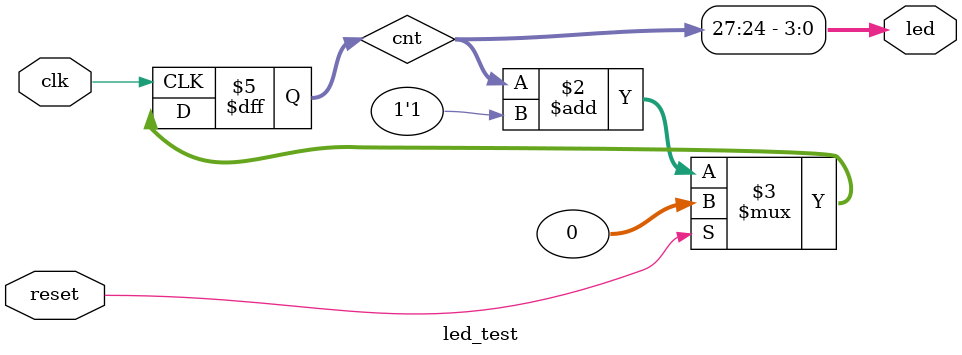
<source format=v>
module led_test #(
    parameter MSB = 27
) (
    input clk,
    input reset,
    output [3:0] led
);

reg [31:0] cnt=0;
always @(posedge clk) begin
    cnt <= reset ? 32'h0 : cnt + 1'b1;
end
assign led = cnt[MSB:MSB-3];

endmodule

</source>
